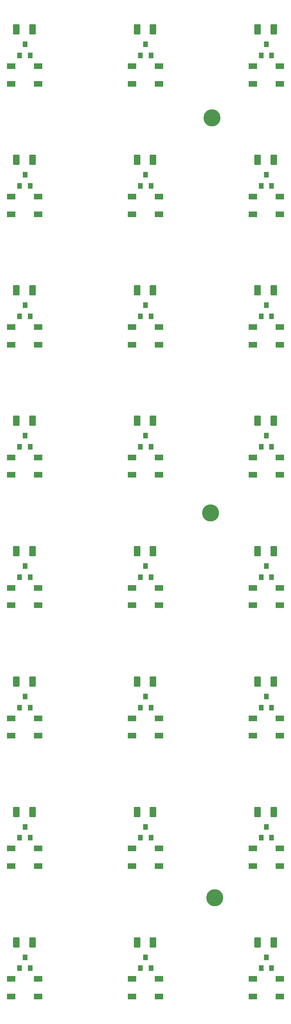
<source format=gbr>
%TF.GenerationSoftware,KiCad,Pcbnew,(6.0.7-1)-1*%
%TF.CreationDate,2022-12-02T15:43:41+01:00*%
%TF.ProjectId,8x3,3878332e-6b69-4636-9164-5f7063625858,rev?*%
%TF.SameCoordinates,Original*%
%TF.FileFunction,Soldermask,Top*%
%TF.FilePolarity,Negative*%
%FSLAX46Y46*%
G04 Gerber Fmt 4.6, Leading zero omitted, Abs format (unit mm)*
G04 Created by KiCad (PCBNEW (6.0.7-1)-1) date 2022-12-02 15:43:41*
%MOMM*%
%LPD*%
G01*
G04 APERTURE LIST*
G04 Aperture macros list*
%AMRoundRect*
0 Rectangle with rounded corners*
0 $1 Rounding radius*
0 $2 $3 $4 $5 $6 $7 $8 $9 X,Y pos of 4 corners*
0 Add a 4 corners polygon primitive as box body*
4,1,4,$2,$3,$4,$5,$6,$7,$8,$9,$2,$3,0*
0 Add four circle primitives for the rounded corners*
1,1,$1+$1,$2,$3*
1,1,$1+$1,$4,$5*
1,1,$1+$1,$6,$7*
1,1,$1+$1,$8,$9*
0 Add four rect primitives between the rounded corners*
20,1,$1+$1,$2,$3,$4,$5,0*
20,1,$1+$1,$4,$5,$6,$7,0*
20,1,$1+$1,$6,$7,$8,$9,0*
20,1,$1+$1,$8,$9,$2,$3,0*%
G04 Aperture macros list end*
%ADD10RoundRect,0.050000X0.750000X0.500000X-0.750000X0.500000X-0.750000X-0.500000X0.750000X-0.500000X0*%
%ADD11RoundRect,0.050000X-0.750000X-0.500000X0.750000X-0.500000X0.750000X0.500000X-0.750000X0.500000X0*%
%ADD12RoundRect,0.050000X0.400000X-0.450000X0.400000X0.450000X-0.400000X0.450000X-0.400000X-0.450000X0*%
%ADD13RoundRect,0.300000X0.325000X0.650000X-0.325000X0.650000X-0.325000X-0.650000X0.325000X-0.650000X0*%
%ADD14RoundRect,0.300000X-0.325000X-0.650000X0.325000X-0.650000X0.325000X0.650000X-0.325000X0.650000X0*%
%ADD15C,3.100000*%
G04 APERTURE END LIST*
D10*
%TO.C,D1*%
X25526201Y-44296401D03*
X25526201Y-47496401D03*
X30426201Y-47496401D03*
X30426201Y-44296401D03*
%TD*%
%TO.C,D2*%
X47526201Y-44296401D03*
X47526201Y-47496401D03*
X52426201Y-47496401D03*
X52426201Y-44296401D03*
%TD*%
%TO.C,D3*%
X69526201Y-44296401D03*
X69526201Y-47496401D03*
X74426201Y-47496401D03*
X74426201Y-44296401D03*
%TD*%
D11*
%TO.C,D4*%
X30426201Y-71196401D03*
X30426201Y-67996401D03*
X25526201Y-67996401D03*
X25526201Y-71196401D03*
%TD*%
%TO.C,D5*%
X52426201Y-71196401D03*
X52426201Y-67996401D03*
X47526201Y-67996401D03*
X47526201Y-71196401D03*
%TD*%
%TO.C,D6*%
X74426201Y-71196401D03*
X74426201Y-67996401D03*
X69526201Y-67996401D03*
X69526201Y-71196401D03*
%TD*%
D10*
%TO.C,D7*%
X25526201Y-91696401D03*
X25526201Y-94896401D03*
X30426201Y-94896401D03*
X30426201Y-91696401D03*
%TD*%
%TO.C,D8*%
X47526201Y-91696401D03*
X47526201Y-94896401D03*
X52426201Y-94896401D03*
X52426201Y-91696401D03*
%TD*%
%TO.C,D9*%
X69526201Y-91696401D03*
X69526201Y-94896401D03*
X74426201Y-94896401D03*
X74426201Y-91696401D03*
%TD*%
D11*
%TO.C,D10*%
X30426201Y-118596401D03*
X30426201Y-115396401D03*
X25526201Y-115396401D03*
X25526201Y-118596401D03*
%TD*%
%TO.C,D11*%
X52426201Y-118596401D03*
X52426201Y-115396401D03*
X47526201Y-115396401D03*
X47526201Y-118596401D03*
%TD*%
%TO.C,D12*%
X74426201Y-118596401D03*
X74426201Y-115396401D03*
X69526201Y-115396401D03*
X69526201Y-118596401D03*
%TD*%
D10*
%TO.C,D13*%
X25526201Y-139096401D03*
X25526201Y-142296401D03*
X30426201Y-142296401D03*
X30426201Y-139096401D03*
%TD*%
%TO.C,D14*%
X47526201Y-139096401D03*
X47526201Y-142296401D03*
X52426201Y-142296401D03*
X52426201Y-139096401D03*
%TD*%
%TO.C,D15*%
X69526201Y-139096401D03*
X69526201Y-142296401D03*
X74426201Y-142296401D03*
X74426201Y-139096401D03*
%TD*%
D11*
%TO.C,D16*%
X30426201Y-165996401D03*
X30426201Y-162796401D03*
X25526201Y-162796401D03*
X25526201Y-165996401D03*
%TD*%
%TO.C,D17*%
X52426201Y-165996401D03*
X52426201Y-162796401D03*
X47526201Y-162796401D03*
X47526201Y-165996401D03*
%TD*%
%TO.C,D18*%
X74426201Y-165996401D03*
X74426201Y-162796401D03*
X69526201Y-162796401D03*
X69526201Y-165996401D03*
%TD*%
D10*
%TO.C,D19*%
X25526201Y-186496401D03*
X25526201Y-189696401D03*
X30426201Y-189696401D03*
X30426201Y-186496401D03*
%TD*%
%TO.C,D20*%
X47526201Y-186496401D03*
X47526201Y-189696401D03*
X52426201Y-189696401D03*
X52426201Y-186496401D03*
%TD*%
%TO.C,D21*%
X69526201Y-186496401D03*
X69526201Y-189696401D03*
X74426201Y-189696401D03*
X74426201Y-186496401D03*
%TD*%
D11*
%TO.C,D22*%
X30426201Y-213396401D03*
X30426201Y-210196401D03*
X25526201Y-210196401D03*
X25526201Y-213396401D03*
%TD*%
%TO.C,D23*%
X52426201Y-213396401D03*
X52426201Y-210196401D03*
X47526201Y-210196401D03*
X47526201Y-213396401D03*
%TD*%
%TO.C,D24*%
X74426201Y-213396401D03*
X74426201Y-210196401D03*
X69526201Y-210196401D03*
X69526201Y-213396401D03*
%TD*%
D12*
%TO.C,U1*%
X27050000Y-42350000D03*
X28950000Y-42350000D03*
X28000000Y-40350000D03*
%TD*%
%TO.C,U2*%
X49050000Y-42350000D03*
X50950000Y-42350000D03*
X50000000Y-40350000D03*
%TD*%
%TO.C,U3*%
X71050000Y-42350000D03*
X72950000Y-42350000D03*
X72000000Y-40350000D03*
%TD*%
%TO.C,U4*%
X27050000Y-66050000D03*
X28950000Y-66050000D03*
X28000000Y-64050000D03*
%TD*%
%TO.C,U5*%
X49050000Y-66050000D03*
X50950000Y-66050000D03*
X50000000Y-64050000D03*
%TD*%
%TO.C,U6*%
X71050000Y-66050000D03*
X72950000Y-66050000D03*
X72000000Y-64050000D03*
%TD*%
%TO.C,U7*%
X27050000Y-89750000D03*
X28950000Y-89750000D03*
X28000000Y-87750000D03*
%TD*%
%TO.C,U8*%
X49050000Y-89750000D03*
X50950000Y-89750000D03*
X50000000Y-87750000D03*
%TD*%
%TO.C,U9*%
X71050000Y-89750000D03*
X72950000Y-89750000D03*
X72000000Y-87750000D03*
%TD*%
%TO.C,U10*%
X27050000Y-113450000D03*
X28950000Y-113450000D03*
X28000000Y-111450000D03*
%TD*%
%TO.C,U11*%
X49050000Y-113450000D03*
X50950000Y-113450000D03*
X50000000Y-111450000D03*
%TD*%
%TO.C,U12*%
X71050000Y-113450000D03*
X72950000Y-113450000D03*
X72000000Y-111450000D03*
%TD*%
%TO.C,U13*%
X27050000Y-137150000D03*
X28950000Y-137150000D03*
X28000000Y-135150000D03*
%TD*%
%TO.C,U14*%
X49050000Y-137150000D03*
X50950000Y-137150000D03*
X50000000Y-135150000D03*
%TD*%
%TO.C,U15*%
X71050000Y-137150000D03*
X72950000Y-137150000D03*
X72000000Y-135150000D03*
%TD*%
%TO.C,U16*%
X27050000Y-160850000D03*
X28950000Y-160850000D03*
X28000000Y-158850000D03*
%TD*%
%TO.C,U17*%
X49050000Y-160850000D03*
X50950000Y-160850000D03*
X50000000Y-158850000D03*
%TD*%
%TO.C,U18*%
X71050000Y-160850000D03*
X72950000Y-160850000D03*
X72000000Y-158850000D03*
%TD*%
%TO.C,U19*%
X27050000Y-184550000D03*
X28950000Y-184550000D03*
X28000000Y-182550000D03*
%TD*%
%TO.C,U20*%
X49050000Y-184550000D03*
X50950000Y-184550000D03*
X50000000Y-182550000D03*
%TD*%
%TO.C,U21*%
X71050000Y-184550000D03*
X72950000Y-184550000D03*
X72000000Y-182550000D03*
%TD*%
%TO.C,U22*%
X27050000Y-208250000D03*
X28950000Y-208250000D03*
X28000000Y-206250000D03*
%TD*%
%TO.C,U23*%
X49050000Y-208250000D03*
X50950000Y-208250000D03*
X50000000Y-206250000D03*
%TD*%
%TO.C,U24*%
X71050000Y-208250000D03*
X72950000Y-208250000D03*
X72000000Y-206250000D03*
%TD*%
D13*
%TO.C,C1*%
X29351800Y-37650000D03*
X26401800Y-37650000D03*
%TD*%
%TO.C,C14*%
X51351800Y-132450000D03*
X48401800Y-132450000D03*
%TD*%
%TO.C,C8*%
X51351800Y-85050000D03*
X48401800Y-85050000D03*
%TD*%
%TO.C,C9*%
X73351800Y-85050000D03*
X70401800Y-85050000D03*
%TD*%
%TO.C,C19*%
X29351800Y-179850000D03*
X26401800Y-179850000D03*
%TD*%
%TO.C,C7*%
X29351800Y-85050000D03*
X26401800Y-85050000D03*
%TD*%
D14*
%TO.C,C4*%
X26401800Y-61350000D03*
X29351800Y-61350000D03*
%TD*%
%TO.C,C23*%
X48401800Y-203550000D03*
X51351800Y-203550000D03*
%TD*%
D13*
%TO.C,C13*%
X29351800Y-132450000D03*
X26401800Y-132450000D03*
%TD*%
D15*
%TO.C,M3*%
X62080000Y-53720000D03*
%TD*%
D14*
%TO.C,C22*%
X26401800Y-203550000D03*
X29351800Y-203550000D03*
%TD*%
%TO.C,C12*%
X70401800Y-108750000D03*
X73351800Y-108750000D03*
%TD*%
%TO.C,C11*%
X48401800Y-108750000D03*
X51351800Y-108750000D03*
%TD*%
%TO.C,C17*%
X48401800Y-156150000D03*
X51351800Y-156150000D03*
%TD*%
D13*
%TO.C,C15*%
X73351800Y-132450000D03*
X70401800Y-132450000D03*
%TD*%
D14*
%TO.C,C10*%
X26401800Y-108750000D03*
X29351800Y-108750000D03*
%TD*%
%TO.C,C5*%
X48401800Y-61350000D03*
X51351800Y-61350000D03*
%TD*%
%TO.C,C24*%
X70401800Y-203550000D03*
X73351800Y-203550000D03*
%TD*%
D15*
%TO.C,M2*%
X61810000Y-125540000D03*
%TD*%
D13*
%TO.C,C3*%
X73351800Y-37650000D03*
X70401800Y-37650000D03*
%TD*%
D14*
%TO.C,C6*%
X70401800Y-61350000D03*
X73351800Y-61350000D03*
%TD*%
D13*
%TO.C,C2*%
X51351800Y-37650000D03*
X48401800Y-37650000D03*
%TD*%
D14*
%TO.C,C18*%
X70401800Y-156150000D03*
X73351800Y-156150000D03*
%TD*%
D13*
%TO.C,C21*%
X73351800Y-179850000D03*
X70401800Y-179850000D03*
%TD*%
D14*
%TO.C,C16*%
X26401800Y-156150000D03*
X29351800Y-156150000D03*
%TD*%
D13*
%TO.C,C20*%
X51351800Y-179850000D03*
X48401800Y-179850000D03*
%TD*%
D15*
%TO.C,M1*%
X62580000Y-195470000D03*
%TD*%
M02*

</source>
